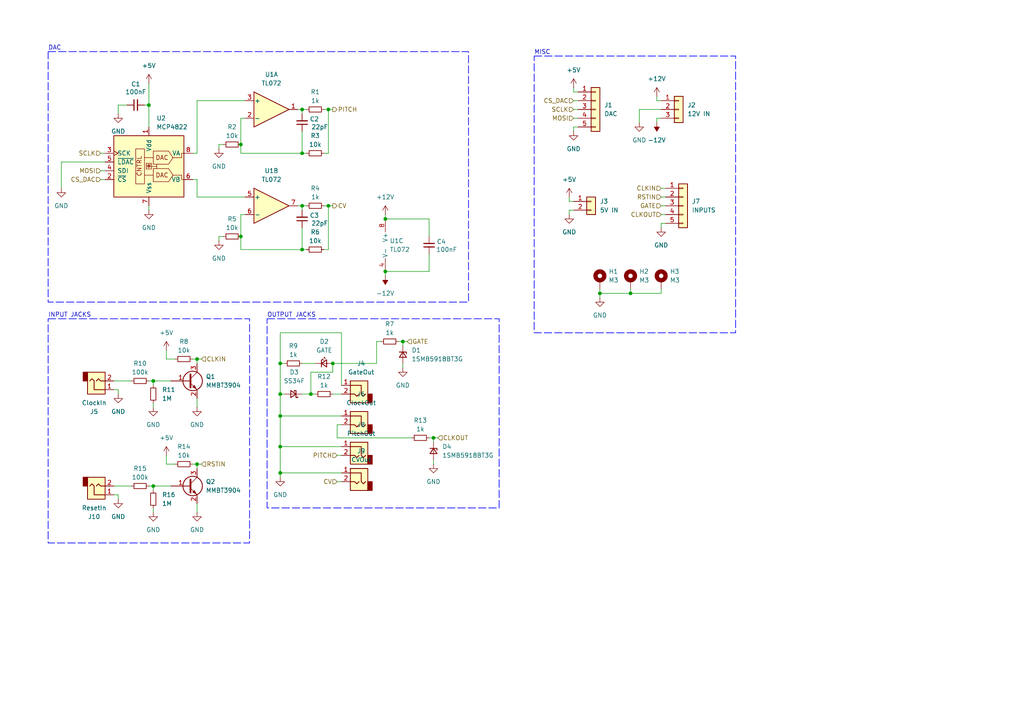
<source format=kicad_sch>
(kicad_sch (version 20231120) (generator "eeschema") (generator_version "8.0")
  (paper "A4")
  (title_block (title "DAC, Opamp and Jacks Board") (date "2025-03-07") (rev "v0.1"))
  (lib_symbols
    (symbol "Amplifier_Operational:TL072" (pin_names (offset 0.127))
      (property "Reference" "U" (at 0 5.08 0))
      (property "Value" "TL072" (at 0 -5.08 0))
      (symbol "TL072_1_1"
        (polyline (pts (xy -5.08 5.08) (xy 5.08 0) (xy -5.08 -5.08) (xy -5.08 5.08)) (stroke (width 0.254)) (fill (type background)))
        (pin output line (at 7.62 0 180) (length 2.54) (name "~") (number "1"))
        (pin input line (at -7.62 -2.54 0) (length 2.54) (name "-") (number "2"))
        (pin input line (at -7.62 2.54 0) (length 2.54) (name "+") (number "3"))
      )
      (symbol "TL072_2_1"
        (polyline (pts (xy -5.08 5.08) (xy 5.08 0) (xy -5.08 -5.08) (xy -5.08 5.08)) (stroke (width 0.254)) (fill (type background)))
        (pin input line (at -7.62 2.54 0) (length 2.54) (name "+") (number "5"))
        (pin input line (at -7.62 -2.54 0) (length 2.54) (name "-") (number "6"))
        (pin output line (at 7.62 0 180) (length 2.54) (name "~") (number "7"))
      )
      (symbol "TL072_3_1"
        (pin power_in line (at -2.54 -7.62 90) (length 3.81) (name "V-") (number "4"))
        (pin power_in line (at -2.54 7.62 270) (length 3.81) (name "V+") (number "8"))
      )
    )
    (symbol "Analog_DAC:MCP4822" (pin_names (offset 1.016))
      (property "Reference" "U" (at -2.54 10.795 0))
      (property "Value" "MCP4822" (at -2.54 8.89 0))
      (symbol "MCP4822_0_0"
        (polyline (pts (xy 0 -1.778) (xy 0 -0.635)))
        (polyline (pts (xy 0.381 -0.889) (xy 0.508 -0.762)))
        (polyline (pts (xy 2.286 -1.143) (xy 2.286 -1.905)))
        (polyline (pts (xy 0.381 -0.889) (xy -0.381 -0.889) (xy -0.508 -1.016)))
        (polyline (pts (xy 0.762 -1.27) (xy 2.286 -1.27) (xy 2.286 -0.762)))
        (polyline (pts (xy 0 -0.889) (xy 0.508 -1.397) (xy -0.508 -1.397) (xy 0 -0.889)))
        (polyline (pts (xy 6.985 -3.81) (xy 9.525 -3.81) (xy 9.525 -5.08) (xy 10.16 -5.08)))
        (polyline (pts (xy 6.985 1.27) (xy 9.525 1.27) (xy 9.525 2.54) (xy 10.16 2.54)))
        (rectangle (start 0.762 -0.381) (end -0.762 -2.032))
        (text "CNTRL" (at -2.032 -4.191 900) (effects (font (size 1.27 1.27)) (justify left bottom)))
        (text "DAC" (at 3.81 -3.81 0) (effects (font (size 1.27 1.27))))
        (text "DAC" (at 3.81 1.27 0) (effects (font (size 1.27 1.27))))
      )
      (symbol "MCP4822_0_1"
        (rectangle (start -10.16 7.62) (end 10.16 -10.16) (stroke (width 0.254)) (fill (type background)))
        (rectangle (start -1.27 -6.35) (end -3.81 3.81))
        (polyline (pts (xy 1.27 -3.81) (xy -1.27 -3.81)))
        (polyline (pts (xy 1.27 1.27) (xy -1.27 1.27)))
        (polyline (pts (xy 6.985 -3.81) (xy 5.715 -1.905) (xy 1.27 -1.905) (xy 1.27 -5.715) (xy 5.715 -5.715) (xy 6.985 -3.81)))
        (polyline (pts (xy 6.985 1.27) (xy 5.715 3.175) (xy 1.27 3.175) (xy 1.27 -0.635) (xy 5.715 -0.635) (xy 6.985 1.27)))
      )
      (symbol "MCP4822_1_1"
        (pin power_in line (at 0 10.16 270) (length 2.54) (name "Vdd") (number "1"))
        (pin input line (at -12.7 -5.08 0) (length 2.54) (name "~{CS}") (number "2"))
        (pin input clock (at -12.7 2.54 0) (length 2.54) (name "SCK") (number "3"))
        (pin input line (at -12.7 -2.54 0) (length 2.54) (name "SDI") (number "4"))
        (pin input line (at -12.7 0 0) (length 2.54) (name "~{LDAC}") (number "5"))
        (pin output line (at 12.7 -5.08 180) (length 2.54) (name "VB") (number "6"))
        (pin power_in line (at 0 -12.7 90) (length 2.54) (name "Vss") (number "7"))
        (pin output line (at 12.7 2.54 180) (length 2.54) (name "VA") (number "8"))
      )
    )
    (symbol "Connector_Generic:Conn_01x02" (pin_names (offset 1.016) hide)
      (property "Reference" "J" (at 0 2.54 0))
      (property "Value" "Conn_01x02" (at 0 -5.08 0))
      (symbol "Conn_01x02_1_1"
        (rectangle (start -1.27 -2.413) (end 0 -2.667) (stroke (width 0.1524)))
        (rectangle (start -1.27 0.127) (end 0 -0.127) (stroke (width 0.1524)))
        (rectangle (start -1.27 1.27) (end 1.27 -3.81) (stroke (width 0.254)) (fill (type background)))
        (pin passive line (at -5.08 0 0) (length 3.81) (name "Pin_1") (number "1"))
        (pin passive line (at -5.08 -2.54 0) (length 3.81) (name "Pin_2") (number "2"))
      )
    )
    (symbol "Connector_Generic:Conn_01x03" (pin_names (offset 1.016) hide)
      (property "Reference" "J" (at 0 5.08 0))
      (property "Value" "Conn_01x03" (at 0 -5.08 0))
      (symbol "Conn_01x03_1_1"
        (rectangle (start -1.27 -2.413) (end 0 -2.667) (stroke (width 0.1524)))
        (rectangle (start -1.27 0.127) (end 0 -0.127) (stroke (width 0.1524)))
        (rectangle (start -1.27 2.667) (end 0 2.413) (stroke (width 0.1524)))
        (rectangle (start -1.27 3.81) (end 1.27 -3.81) (stroke (width 0.254)) (fill (type background)))
        (pin passive line (at -5.08 2.54 0) (length 3.81) (name "Pin_1") (number "1"))
        (pin passive line (at -5.08 0 0) (length 3.81) (name "Pin_2") (number "2"))
        (pin passive line (at -5.08 -2.54 0) (length 3.81) (name "Pin_3") (number "3"))
      )
    )
    (symbol "Connector_Generic:Conn_01x05" (pin_names (offset 1.016) hide)
      (property "Reference" "J" (at 0 7.62 0))
      (property "Value" "Conn_01x05" (at 0 -7.62 0))
      (symbol "Conn_01x05_1_1"
        (rectangle (start -1.27 -4.953) (end 0 -5.207) (stroke (width 0.1524)))
        (rectangle (start -1.27 -2.413) (end 0 -2.667) (stroke (width 0.1524)))
        (rectangle (start -1.27 0.127) (end 0 -0.127) (stroke (width 0.1524)))
        (rectangle (start -1.27 2.667) (end 0 2.413) (stroke (width 0.1524)))
        (rectangle (start -1.27 5.207) (end 0 4.953) (stroke (width 0.1524)))
        (rectangle (start -1.27 6.35) (end 1.27 -6.35) (stroke (width 0.254)) (fill (type background)))
        (pin passive line (at -5.08 5.08 0) (length 3.81) (name "Pin_1") (number "1"))
        (pin passive line (at -5.08 2.54 0) (length 3.81) (name "Pin_2") (number "2"))
        (pin passive line (at -5.08 0 0) (length 3.81) (name "Pin_3") (number "3"))
        (pin passive line (at -5.08 -2.54 0) (length 3.81) (name "Pin_4") (number "4"))
        (pin passive line (at -5.08 -5.08 0) (length 3.81) (name "Pin_5") (number "5"))
      )
    )
    (symbol "Device:C_Small" (pin_numbers hide) (pin_names (offset 0.254) hide)
      (property "Reference" "C" (at 0.254 1.778 0))
      (property "Value" "C_Small" (at 0.254 -2.032 0))
      (symbol "C_Small_0_1"
        (polyline (pts (xy -1.524 -0.508) (xy 1.524 -0.508)) (stroke (width 0.3302)))
        (polyline (pts (xy -1.524 0.508) (xy 1.524 0.508)) (stroke (width 0.3048)))
      )
      (symbol "C_Small_1_1"
        (pin passive line (at 0 2.54 270) (length 2.032) (name "~") (number "1"))
        (pin passive line (at 0 -2.54 90) (length 2.032) (name "~") (number "2"))
      )
    )
    (symbol "Device:D_Schottky_Small" (pin_numbers hide) (pin_names (offset 0.254) hide)
      (property "Reference" "D" (at -1.27 2.032 0))
      (property "Value" "D_Schottky_Small" (at -7.112 -2.032 0))
      (symbol "D_Schottky_Small_0_1"
        (polyline (pts (xy -0.762 0) (xy 0.762 0)))
        (polyline (pts (xy 0.762 -1.016) (xy -0.762 0) (xy 0.762 1.016) (xy 0.762 -1.016)) (stroke (width 0.254)))
        (polyline (pts (xy -1.27 0.762) (xy -1.27 1.016) (xy -0.762 1.016) (xy -0.762 -1.016) (xy -0.254 -1.016) (xy -0.254 -0.762)) (stroke (width 0.254)))
      )
      (symbol "D_Schottky_Small_1_1"
        (pin passive line (at -2.54 0 0) (length 1.778) (name "K") (number "1"))
        (pin passive line (at 2.54 0 180) (length 1.778) (name "A") (number "2"))
      )
    )
    (symbol "Device:D_Zener_Small" (pin_numbers hide) (pin_names (offset 0.254) hide)
      (property "Reference" "D" (at 0 2.286 0))
      (property "Value" "D_Zener_Small" (at 0 -2.286 0))
      (symbol "D_Zener_Small_0_1"
        (polyline (pts (xy 0.762 0) (xy -0.762 0)))
        (polyline (pts (xy -0.254 1.016) (xy -0.762 1.016) (xy -0.762 -1.016)) (stroke (width 0.254)))
        (polyline (pts (xy 0.762 1.016) (xy -0.762 0) (xy 0.762 -1.016) (xy 0.762 1.016)) (stroke (width 0.254)))
      )
      (symbol "D_Zener_Small_1_1"
        (pin passive line (at -2.54 0 0) (length 1.778) (name "K") (number "1"))
        (pin passive line (at 2.54 0 180) (length 1.778) (name "A") (number "2"))
      )
    )
    (symbol "Device:LED_Small" (pin_numbers hide) (pin_names (offset 0.254) hide)
      (property "Reference" "D" (at -1.27 3.175 0))
      (property "Value" "LED_Small" (at -4.445 -2.54 0))
      (symbol "LED_Small_0_1"
        (polyline (pts (xy -0.762 -1.016) (xy -0.762 1.016)) (stroke (width 0.254)))
        (polyline (pts (xy 1.016 0) (xy -0.762 0)))
        (polyline (pts (xy 0.762 -1.016) (xy -0.762 0) (xy 0.762 1.016) (xy 0.762 -1.016)) (stroke (width 0.254)))
        (polyline (pts (xy 0 0.762) (xy -0.508 1.27) (xy -0.254 1.27) (xy -0.508 1.27) (xy -0.508 1.016)))
        (polyline (pts (xy 0.508 1.27) (xy 0 1.778) (xy 0.254 1.778) (xy 0 1.778) (xy 0 1.524)))
      )
      (symbol "LED_Small_1_1"
        (pin passive line (at -2.54 0 0) (length 1.778) (name "K") (number "1"))
        (pin passive line (at 2.54 0 180) (length 1.778) (name "A") (number "2"))
      )
    )
    (symbol "Device:R_Small" (pin_numbers hide) (pin_names (offset 0.254) hide)
      (property "Reference" "R" (at 0.762 0.508 0))
      (property "Value" "R_Small" (at 0.762 -1.016 0))
      (symbol "R_Small_0_1"
        (rectangle (start -0.762 1.778) (end 0.762 -1.778) (stroke (width 0.2032)))
      )
      (symbol "R_Small_1_1"
        (pin passive line (at 0 2.54 270) (length 0.762) (name "~") (number "1"))
        (pin passive line (at 0 -2.54 90) (length 0.762) (name "~") (number "2"))
      )
    )
    (symbol "Mechanical:MountingHole_Pad" (pin_numbers hide) (pin_names (offset 1.016) hide) (exclude_from_sim yes) (in_bom no)
      (property "Reference" "H" (at 0 6.35 0))
      (property "Value" "MountingHole_Pad" (at 0 4.445 0))
      (symbol "MountingHole_Pad_0_1"
        (circle (center 0 1.27) (radius 1.27) (stroke (width 1.27)))
      )
      (symbol "MountingHole_Pad_1_1"
        (pin input line (at 0 -2.54 90) (length 2.54) (name "1") (number "1"))
      )
    )
    (symbol "Transistor_BJT:MMBT3904" (pin_names (offset 0) hide)
      (property "Reference" "Q" (at 5.08 1.905 0))
      (property "Value" "MMBT3904" (at 5.08 0 0))
      (symbol "MMBT3904_0_1"
        (polyline (pts (xy 0.635 0.635) (xy 2.54 2.54)))
        (polyline (pts (xy 0.635 -0.635) (xy 2.54 -2.54) (xy 2.54 -2.54)))
        (polyline (pts (xy 0.635 1.905) (xy 0.635 -1.905) (xy 0.635 -1.905)) (stroke (width 0.508)))
        (polyline (pts (xy 1.27 -1.778) (xy 1.778 -1.27) (xy 2.286 -2.286) (xy 1.27 -1.778) (xy 1.27 -1.778)) (fill (type outline)))
        (circle (center 1.27 0) (radius 2.8194) (stroke (width 0.254)))
      )
      (symbol "MMBT3904_1_1"
        (pin input line (at -5.08 0 0) (length 5.715) (name "B") (number "1"))
        (pin passive line (at 2.54 -5.08 90) (length 2.54) (name "E") (number "2"))
        (pin passive line (at 2.54 5.08 270) (length 2.54) (name "C") (number "3"))
      )
    )
    (symbol "audioJack_pinHeader:audioJack_pinHeader"
      (property "Reference" "J" (at 0 5.334 0))
      (property "Value" "audioJack" (at 0 3.048 0))
      (symbol "audioJack_pinHeader_0_1"
        (rectangle (start -3.81 -2.54) (end -2.54 -5.08) (stroke (width 0.254)) (fill (type outline)))
        (rectangle (start -2.54 1.27) (end 2.54 -5.08) (stroke (width 0.254)) (fill (type background)))
        (polyline (pts (xy 0 -2.54) (xy 0.635 -3.175) (xy 1.27 -2.54) (xy 2.54 -2.54)) (stroke (width 0.254)))
        (polyline (pts (xy 2.54 0) (xy -0.635 0) (xy -0.635 -2.54) (xy -1.27 -3.175) (xy -1.905 -2.54)) (stroke (width 0.254)))
      )
      (symbol "audioJack_pinHeader_1_1"
        (pin passive line (at 5.08 0 180) (length 2.54) (name "~") (number "1"))
        (pin passive line (at 5.08 -2.54 180) (length 2.54) (name "~") (number "2"))
      )
    )
    (symbol "power:+12V" (power) (pin_numbers hide) (pin_names (offset 0) hide)
      (property "Value" "+12V" (at 0 3.556 0))
      (symbol "+12V_0_1"
        (polyline (pts (xy -0.762 1.27) (xy 0 2.54)))
        (polyline (pts (xy 0 0) (xy 0 2.54)))
        (polyline (pts (xy 0 2.54) (xy 0.762 1.27)))
      )
      (symbol "+12V_1_1"
        (pin power_in line (at 0 0 90) (length 0) (name "~") (number "1"))
      )
    )
    (symbol "power:+5V" (power) (pin_numbers hide) (pin_names (offset 0) hide)
      (property "Value" "+5V" (at 0 3.556 0))
      (symbol "+5V_0_1"
        (polyline (pts (xy -0.762 1.27) (xy 0 2.54)))
        (polyline (pts (xy 0 0) (xy 0 2.54)))
        (polyline (pts (xy 0 2.54) (xy 0.762 1.27)))
      )
      (symbol "+5V_1_1"
        (pin power_in line (at 0 0 90) (length 0) (name "~") (number "1"))
      )
    )
    (symbol "power:-12V" (power) (pin_numbers hide) (pin_names (offset 0) hide)
      (property "Value" "-12V" (at 0 3.556 0))
      (symbol "-12V_0_0"
        (pin power_in line (at 0 0 90) (length 0) (name "~") (number "1"))
      )
      (symbol "-12V_0_1"
        (polyline (pts (xy 0 0) (xy 0 1.27) (xy 0.762 1.27) (xy 0 2.54) (xy -0.762 1.27) (xy 0 1.27)) (fill (type outline)))
      )
    )
    (symbol "power:GND" (power) (pin_numbers hide) (pin_names (offset 0) hide)
      (property "Value" "GND" (at 0 -3.81 0))
      (symbol "GND_0_1"
        (polyline (pts (xy 0 0) (xy 0 -1.27) (xy 1.27 -1.27) (xy 0 -2.54) (xy -1.27 -1.27) (xy 0 -1.27)))
      )
      (symbol "GND_1_1"
        (pin power_in line (at 0 0 270) (length 0) (name "~") (number "1"))
      )
    )
  )
  (junction (at 81.28 114.3))
  (junction (at 95.25 31.75))
  (junction (at 81.28 129.54))
  (junction (at 87.63 44.45))
  (junction (at 90.17 114.3))
  (junction (at 95.25 59.69))
  (junction (at 81.28 105.41))
  (junction (at 125.73 127))
  (junction (at 43.18 30.48))
  (junction (at 69.85 68.58))
  (junction (at 81.28 120.65))
  (junction (at 57.15 134.62))
  (junction (at 173.99 85.09))
  (junction (at 69.85 41.91))
  (junction (at 111.76 78.74))
  (junction (at 116.84 99.06))
  (junction (at 57.15 104.14))
  (junction (at 87.63 31.75))
  (junction (at 182.88 85.09))
  (junction (at 44.45 140.97))
  (junction (at 81.28 137.16))
  (junction (at 111.76 63.5))
  (junction (at 87.63 59.69))
  (junction (at 87.63 72.39))
  (junction (at 96.52 105.41))
  (junction (at 44.45 110.49))
  (wire (pts (xy 190.5 29.21) (xy 190.5 27.94)))
  (wire (pts (xy 63.5 68.58) (xy 64.77 68.58)))
  (wire (pts (xy 81.28 129.54) (xy 81.28 120.65)))
  (wire (pts (xy 29.21 44.45) (xy 30.48 44.45)))
  (wire (pts (xy 95.25 72.39) (xy 95.25 59.69)))
  (wire (pts (xy 55.88 104.14) (xy 57.15 104.14)))
  (wire (pts (xy 173.99 85.09) (xy 182.88 85.09)))
  (wire (pts (xy 30.48 46.99) (xy 17.78 46.99)))
  (wire (pts (xy 57.15 52.07) (xy 57.15 57.15)))
  (wire (pts (xy 81.28 96.52) (xy 81.28 105.41)))
  (wire (pts (xy 87.63 31.75) (xy 88.9 31.75)))
  (wire (pts (xy 166.37 58.42) (xy 165.1 58.42)))
  (wire (pts (xy 166.37 36.83) (xy 166.37 38.1)))
  (wire (pts (xy 81.28 105.41) (xy 81.28 114.3)))
  (wire (pts (xy 43.18 59.69) (xy 43.18 60.96)))
  (wire (pts (xy 190.5 35.56) (xy 190.5 34.29)))
  (wire (pts (xy 34.29 30.48) (xy 36.83 30.48)))
  (wire (pts (xy 69.85 68.58) (xy 69.85 72.39)))
  (wire (pts (xy 93.98 31.75) (xy 95.25 31.75)))
  (wire (pts (xy 82.55 105.41) (xy 81.28 105.41)))
  (wire (pts (xy 167.64 36.83) (xy 166.37 36.83)))
  (wire (pts (xy 57.15 146.05) (xy 57.15 148.59)))
  (wire (pts (xy 124.46 73.66) (xy 124.46 78.74)))
  (wire (pts (xy 97.79 132.08) (xy 99.06 132.08)))
  (wire (pts (xy 57.15 57.15) (xy 71.12 57.15)))
  (wire (pts (xy 93.98 44.45) (xy 95.25 44.45)))
  (wire (pts (xy 97.79 123.19) (xy 97.79 127)))
  (wire (pts (xy 44.45 140.97) (xy 49.53 140.97)))
  (wire (pts (xy 111.76 62.23) (xy 111.76 63.5)))
  (wire (pts (xy 97.79 127) (xy 119.38 127)))
  (wire (pts (xy 111.76 78.74) (xy 111.76 80.01)))
  (wire (pts (xy 57.15 29.21) (xy 71.12 29.21)))
  (wire (pts (xy 48.26 104.14) (xy 50.8 104.14)))
  (wire (pts (xy 116.84 99.06) (xy 118.11 99.06)))
  (wire (pts (xy 63.5 69.85) (xy 63.5 68.58)))
  (wire (pts (xy 125.73 128.27) (xy 125.73 127)))
  (wire (pts (xy 87.63 72.39) (xy 88.9 72.39)))
  (wire (pts (xy 81.28 114.3) (xy 82.55 114.3)))
  (wire (pts (xy 165.1 58.42) (xy 165.1 57.15)))
  (wire (pts (xy 166.37 34.29) (xy 167.64 34.29)))
  (wire (pts (xy 55.88 134.62) (xy 57.15 134.62)))
  (wire (pts (xy 43.18 110.49) (xy 44.45 110.49)))
  (wire (pts (xy 34.29 143.51) (xy 34.29 144.78)))
  (wire (pts (xy 124.46 63.5) (xy 111.76 63.5)))
  (wire (pts (xy 57.15 134.62) (xy 57.15 135.89)))
  (wire (pts (xy 191.77 57.15) (xy 193.04 57.15)))
  (wire (pts (xy 99.06 129.54) (xy 81.28 129.54)))
  (wire (pts (xy 87.63 105.41) (xy 91.44 105.41)))
  (wire (pts (xy 29.21 49.53) (xy 30.48 49.53)))
  (wire (pts (xy 87.63 31.75) (xy 87.63 33.02)))
  (wire (pts (xy 97.79 139.7) (xy 99.06 139.7)))
  (wire (pts (xy 57.15 115.57) (xy 57.15 118.11)))
  (wire (pts (xy 87.63 66.04) (xy 87.63 72.39)))
  (wire (pts (xy 166.37 29.21) (xy 167.64 29.21)))
  (wire (pts (xy 191.77 62.23) (xy 193.04 62.23)))
  (wire (pts (xy 173.99 83.82) (xy 173.99 85.09)))
  (wire (pts (xy 96.52 105.41) (xy 96.52 107.95)))
  (wire (pts (xy 86.36 59.69) (xy 87.63 59.69)))
  (wire (pts (xy 99.06 111.76) (xy 99.06 96.52)))
  (wire (pts (xy 166.37 60.96) (xy 165.1 60.96)))
  (wire (pts (xy 167.64 26.67) (xy 166.37 26.67)))
  (wire (pts (xy 57.15 104.14) (xy 57.15 105.41)))
  (wire (pts (xy 125.73 133.35) (xy 125.73 134.62)))
  (wire (pts (xy 110.49 99.06) (xy 109.22 99.06)))
  (wire (pts (xy 99.06 96.52) (xy 81.28 96.52)))
  (wire (pts (xy 166.37 31.75) (xy 167.64 31.75)))
  (wire (pts (xy 41.91 30.48) (xy 43.18 30.48)))
  (wire (pts (xy 87.63 38.1) (xy 87.63 44.45)))
  (wire (pts (xy 33.02 140.97) (xy 38.1 140.97)))
  (wire (pts (xy 190.5 34.29) (xy 191.77 34.29)))
  (wire (pts (xy 87.63 44.45) (xy 69.85 44.45)))
  (wire (pts (xy 48.26 132.08) (xy 48.26 134.62)))
  (wire (pts (xy 95.25 44.45) (xy 95.25 31.75)))
  (wire (pts (xy 182.88 85.09) (xy 191.77 85.09)))
  (wire (pts (xy 87.63 59.69) (xy 87.63 60.96)))
  (wire (pts (xy 96.52 105.41) (xy 109.22 105.41)))
  (wire (pts (xy 69.85 72.39) (xy 87.63 72.39)))
  (wire (pts (xy 55.88 44.45) (xy 57.15 44.45)))
  (wire (pts (xy 81.28 120.65) (xy 81.28 114.3)))
  (wire (pts (xy 191.77 64.77) (xy 191.77 66.04)))
  (wire (pts (xy 124.46 68.58) (xy 124.46 63.5)))
  (wire (pts (xy 111.76 78.74) (xy 124.46 78.74)))
  (wire (pts (xy 33.02 113.03) (xy 34.29 113.03)))
  (wire (pts (xy 191.77 31.75) (xy 185.42 31.75)))
  (wire (pts (xy 71.12 62.23) (xy 69.85 62.23)))
  (wire (pts (xy 44.45 110.49) (xy 49.53 110.49)))
  (wire (pts (xy 44.45 147.32) (xy 44.45 148.59)))
  (wire (pts (xy 48.26 101.6) (xy 48.26 104.14)))
  (wire (pts (xy 96.52 114.3) (xy 99.06 114.3)))
  (wire (pts (xy 191.77 59.69) (xy 193.04 59.69)))
  (wire (pts (xy 173.99 85.09) (xy 173.99 86.36)))
  (wire (pts (xy 81.28 137.16) (xy 81.28 129.54)))
  (wire (pts (xy 48.26 134.62) (xy 50.8 134.62)))
  (wire (pts (xy 90.17 114.3) (xy 91.44 114.3)))
  (wire (pts (xy 116.84 100.33) (xy 116.84 99.06)))
  (wire (pts (xy 43.18 30.48) (xy 43.18 24.13)))
  (wire (pts (xy 43.18 30.48) (xy 43.18 36.83)))
  (wire (pts (xy 43.18 140.97) (xy 44.45 140.97)))
  (wire (pts (xy 29.21 52.07) (xy 30.48 52.07)))
  (wire (pts (xy 90.17 107.95) (xy 90.17 114.3)))
  (wire (pts (xy 165.1 60.96) (xy 165.1 62.23)))
  (wire (pts (xy 69.85 44.45) (xy 69.85 41.91)))
  (wire (pts (xy 182.88 85.09) (xy 182.88 83.82)))
  (wire (pts (xy 191.77 83.82) (xy 191.77 85.09)))
  (wire (pts (xy 185.42 31.75) (xy 185.42 35.56)))
  (wire (pts (xy 55.88 52.07) (xy 57.15 52.07)))
  (wire (pts (xy 193.04 64.77) (xy 191.77 64.77)))
  (wire (pts (xy 116.84 99.06) (xy 115.57 99.06)))
  (wire (pts (xy 69.85 62.23) (xy 69.85 68.58)))
  (wire (pts (xy 44.45 116.84) (xy 44.45 118.11)))
  (wire (pts (xy 97.79 123.19) (xy 99.06 123.19)))
  (wire (pts (xy 17.78 46.99) (xy 17.78 54.61)))
  (wire (pts (xy 125.73 127) (xy 127 127)))
  (wire (pts (xy 33.02 110.49) (xy 38.1 110.49)))
  (wire (pts (xy 86.36 31.75) (xy 87.63 31.75)))
  (wire (pts (xy 116.84 105.41) (xy 116.84 106.68)))
  (wire (pts (xy 166.37 26.67) (xy 166.37 25.4)))
  (wire (pts (xy 57.15 134.62) (xy 58.42 134.62)))
  (wire (pts (xy 34.29 33.02) (xy 34.29 30.48)))
  (wire (pts (xy 88.9 44.45) (xy 87.63 44.45)))
  (wire (pts (xy 63.5 43.18) (xy 63.5 41.91)))
  (wire (pts (xy 87.63 114.3) (xy 90.17 114.3)))
  (wire (pts (xy 63.5 41.91) (xy 64.77 41.91)))
  (wire (pts (xy 93.98 72.39) (xy 95.25 72.39)))
  (wire (pts (xy 69.85 34.29) (xy 71.12 34.29)))
  (wire (pts (xy 93.98 59.69) (xy 95.25 59.69)))
  (wire (pts (xy 99.06 137.16) (xy 81.28 137.16)))
  (wire (pts (xy 125.73 127) (xy 124.46 127)))
  (wire (pts (xy 191.77 54.61) (xy 193.04 54.61)))
  (wire (pts (xy 109.22 99.06) (xy 109.22 105.41)))
  (wire (pts (xy 96.52 107.95) (xy 90.17 107.95)))
  (wire (pts (xy 69.85 41.91) (xy 69.85 34.29)))
  (wire (pts (xy 33.02 143.51) (xy 34.29 143.51)))
  (wire (pts (xy 99.06 120.65) (xy 81.28 120.65)))
  (wire (pts (xy 191.77 29.21) (xy 190.5 29.21)))
  (wire (pts (xy 44.45 140.97) (xy 44.45 142.24)))
  (wire (pts (xy 95.25 31.75) (xy 96.52 31.75)))
  (wire (pts (xy 44.45 110.49) (xy 44.45 111.76)))
  (wire (pts (xy 57.15 44.45) (xy 57.15 29.21)))
  (wire (pts (xy 57.15 104.14) (xy 58.42 104.14)))
  (wire (pts (xy 81.28 137.16) (xy 81.28 138.43)))
  (wire (pts (xy 87.63 59.69) (xy 88.9 59.69)))
  (wire (pts (xy 95.25 59.69) (xy 96.52 59.69)))
  (wire (pts (xy 34.29 113.03) (xy 34.29 114.3)))
  (rectangle (start 77.47 92.456) (end 144.78 147.32) (stroke (width 0.2) (type dash) (color 0 0 255 1)))
  (rectangle (start 154.94 16.256) (end 213.36 96.52) (stroke (width 0.2) (type dash) (color 0 0 255 1)))
  (rectangle (start 13.97 14.986) (end 135.89 87.63) (stroke (width 0.2) (type dash) (color 0 0 255 1)))
  (rectangle (start 13.97 92.456) (end 72.39 157.48) (stroke (width 0.2) (type dash) (color 0 0 255 1)))
  (text "MISC" (at 154.94 15.24 0) (effects (font (size 1.27 1.27)) (justify left)))
  (text "DAC" (at 13.97 13.97 0) (effects (font (size 1.27 1.27)) (justify left)))
  (text "INPUT JACKS" (at 13.97 91.44 0) (effects (font (size 1.27 1.27)) (justify left)))
  (text "OUTPUT JACKS" (at 77.47 91.44 0) (effects (font (size 1.27 1.27)) (justify left)))
  (hierarchical_label "MOSI" (shape input) (at 166.37 34.29 180))
  (hierarchical_label "PITCH" (shape input) (at 97.79 132.08 180))
  (hierarchical_label "CS_DAC" (shape input) (at 166.37 29.21 180))
  (hierarchical_label "CLKIN" (shape input) (at 191.77 54.61 180))
  (hierarchical_label "CV" (shape input) (at 97.79 139.7 180))
  (hierarchical_label "GATE" (shape input) (at 118.11 99.06 0))
  (hierarchical_label "CV" (shape output) (at 96.52 59.69 0))
  (hierarchical_label "SCLK" (shape input) (at 166.37 31.75 180))
  (hierarchical_label "CLKOUT" (shape input) (at 191.77 62.23 180))
  (hierarchical_label "MOSI" (shape input) (at 29.21 49.53 180))
  (hierarchical_label "CLKIN" (shape input) (at 58.42 104.14 0))
  (hierarchical_label "GATE" (shape input) (at 191.77 59.69 180))
  (hierarchical_label "PITCH" (shape output) (at 96.52 31.75 0))
  (hierarchical_label "SCLK" (shape input) (at 29.21 44.45 180))
  (hierarchical_label "CLKOUT" (shape input) (at 127 127 0))
  (hierarchical_label "RSTIN" (shape input) (at 58.42 134.62 0))
  (hierarchical_label "CS_DAC" (shape input) (at 29.21 52.07 180))
  (hierarchical_label "RSTIN" (shape input) (at 191.77 57.15 180))
  (symbol (lib_id "Device:D_Schottky_Small") (at 85.09 114.3 180) (unit 1)
    (property "Reference" "D3" (at 85.344 107.95 0))
    (property "Value" "SS34F" (at 85.344 110.49 0))
    (property "Footprint" "Diode_SMD:D_SMA_Handsoldering" (effects (hide yes)))
    (property "Description" "Schottky diode, small symbol" (effects (hide yes)))
  )
  (symbol (lib_id "Device:R_Small") (at 67.31 41.91 90) (unit 1)
    (property "Reference" "R2" (at 67.31 36.83 90))
    (property "Value" "10k" (at 67.31 39.37 90))
    (property "Footprint" "Resistor_SMD:R_0603_1608Metric_Pad0.98x0.95mm_HandSolder" (effects (hide yes)))
    (property "Description" "Resistor, small symbol" (effects (hide yes)))
  )
  (symbol (lib_id "Transistor_BJT:MMBT3904") (at 54.61 110.49 0) (unit 1)
    (property "Reference" "Q1" (at 59.69 109.2199 0) (effects (justify left)))
    (property "Value" "MMBT3904" (at 59.69 111.7599 0) (effects (justify left)))
    (property "Footprint" "Package_TO_SOT_SMD:SOT-23" (effects (hide yes)))
    (property "Datasheet" "https://www.onsemi.com/pdf/datasheet/pzt3904-d.pdf" (effects (hide yes)))
    (property "Description" "0.2A Ic, 40V Vce, Small Signal NPN Transistor, SOT-23" (effects (hide yes)))
  )
  (symbol (lib_id "power:GND") (at 165.1 62.23 0) (unit 1)
    (property "Reference" "#PWR016" (effects (hide yes)))
    (property "Value" "GND" (at 165.1 67.31 0))
    (property "Description" "Power symbol creates a global label with name \"GND\" , ground" (effects (hide yes)))
  )
  (symbol (lib_id "Connector_Generic:Conn_01x02") (at 171.45 58.42 0) (unit 1)
    (property "Reference" "J3" (at 173.99 58.4199 0) (effects (justify left)))
    (property "Value" "5V IN" (at 173.99 60.9599 0) (effects (justify left)))
    (property "Footprint" "Connector_PinHeader_2.54mm:PinHeader_1x02_P2.54mm_Vertical" (effects (hide yes)))
    (property "Description" "Generic connector, single row, 01x02, script generated (kicad-library-utils/schlib/autogen/connector/)" (effects (hide yes)))
  )
  (symbol (lib_id "Device:R_Small") (at 53.34 104.14 270) (unit 1)
    (property "Reference" "R8" (at 53.34 99.06 90))
    (property "Value" "10k" (at 53.34 101.6 90))
    (property "Footprint" "Resistor_SMD:R_0603_1608Metric_Pad0.98x0.95mm_HandSolder" (effects (hide yes)))
    (property "Description" "Resistor, small symbol" (effects (hide yes)))
  )
  (symbol (lib_id "Device:R_Small") (at 91.44 59.69 90) (unit 1)
    (property "Reference" "R4" (at 91.44 54.61 90))
    (property "Value" "1k" (at 91.44 57.15 90))
    (property "Footprint" "Resistor_SMD:R_0603_1608Metric_Pad0.98x0.95mm_HandSolder" (effects (hide yes)))
    (property "Description" "Resistor, small symbol" (effects (hide yes)))
  )
  (symbol (lib_id "Device:R_Small") (at 121.92 127 90) (unit 1)
    (property "Reference" "R13" (at 121.92 121.92 90))
    (property "Value" "1k" (at 121.92 124.46 90))
    (property "Footprint" "Resistor_SMD:R_0603_1608Metric_Pad0.98x0.95mm_HandSolder" (effects (hide yes)))
    (property "Description" "Resistor, small symbol" (effects (hide yes)))
  )
  (symbol (lib_id "power:+12V") (at 111.76 62.23 0) (unit 1)
    (property "Reference" "#PWR011" (effects (hide yes)))
    (property "Value" "+12V" (at 111.76 57.15 0))
    (property "Description" "Power symbol creates a global label with name \"+12V\"" (effects (hide yes)))
  )
  (symbol (lib_id "audioJack_pinHeader:audioJack_pinHeader") (at 104.14 129.54 0) (mirror y) (unit 1)
    (property "Reference" "J8" (at 104.775 123.19 0))
    (property "Value" "PitchOut" (at 104.775 125.73 0))
    (property "Footprint" "Connector_PinHeader_2.54mm:PinHeader_1x02_P2.54mm_Vertical" (effects (hide yes)))
  )
  (symbol (lib_id "power:GND") (at 57.15 118.11 0) (unit 1)
    (property "Reference" "#PWR021" (effects (hide yes)))
    (property "Value" "GND" (at 57.15 123.19 0))
    (property "Description" "Power symbol creates a global label with name \"GND\" , ground" (effects (hide yes)))
  )
  (symbol (lib_id "Device:LED_Small") (at 93.98 105.41 0) (unit 1)
    (property "Reference" "D2" (at 94.0435 99.06 0))
    (property "Value" "GATE" (at 94.0435 101.6 0))
    (property "Footprint" "LED_THT:LED_D3.0mm_FlatTop" (effects (hide yes)))
    (property "Description" "Light emitting diode, small symbol" (effects (hide yes)))
  )
  (symbol (lib_id "power:GND") (at 185.42 35.56 0) (unit 1)
    (property "Reference" "#PWR08" (effects (hide yes)))
    (property "Value" "GND" (at 185.42 40.64 0))
    (property "Description" "Power symbol creates a global label with name \"GND\" , ground" (effects (hide yes)))
  )
  (symbol (lib_id "Device:R_Small") (at 91.44 44.45 90) (unit 1)
    (property "Reference" "R3" (at 91.44 39.37 90))
    (property "Value" "10k" (at 91.44 41.91 90))
    (property "Footprint" "Resistor_SMD:R_0603_1608Metric_Pad0.98x0.95mm_HandSolder" (effects (hide yes)))
    (property "Description" "Resistor, small symbol" (effects (hide yes)))
  )
  (symbol (lib_id "power:GND") (at 34.29 144.78 0) (unit 1)
    (property "Reference" "#PWR026" (effects (hide yes)))
    (property "Value" "GND" (at 34.29 149.86 0))
    (property "Description" "Power symbol creates a global label with name \"GND\" , ground" (effects (hide yes)))
  )
  (symbol (lib_id "audioJack_pinHeader:audioJack_pinHeader") (at 104.14 137.16 0) (mirror y) (unit 1)
    (property "Reference" "J9" (at 104.775 130.81 0))
    (property "Value" "CVOut" (at 104.775 133.35 0))
    (property "Footprint" "Connector_PinHeader_2.54mm:PinHeader_1x02_P2.54mm_Vertical" (effects (hide yes)))
  )
  (symbol (lib_id "Device:C_Small") (at 39.37 30.48 90) (unit 1)
    (property "Reference" "C1" (at 39.37 24.384 90))
    (property "Value" "100nF" (at 39.3763 26.67 90))
    (property "Footprint" "Capacitor_SMD:C_0603_1608Metric_Pad1.08x0.95mm_HandSolder" (effects (hide yes)))
    (property "Description" "Unpolarized capacitor, small symbol" (effects (hide yes)))
  )
  (symbol (lib_id "audioJack_pinHeader:audioJack_pinHeader") (at 27.94 113.03 0) (mirror x) (unit 1)
    (property "Reference" "J5" (at 27.305 119.38 0))
    (property "Value" "ClockIn" (at 27.305 116.84 0))
    (property "Footprint" "Connector_PinHeader_2.54mm:PinHeader_1x02_P2.54mm_Vertical" (effects (hide yes)))
  )
  (symbol (lib_id "Amplifier_Operational:TL072") (at 78.74 59.69 0) (unit 2)
    (property "Reference" "U1" (at 78.74 49.53 0))
    (property "Value" "TL072" (at 78.74 52.07 0))
    (property "Footprint" "Package_DIP:DIP-8_W7.62mm_LongPads" (effects (hide yes)))
    (property "Datasheet" "http://www.ti.com/lit/ds/symlink/tl071.pdf" (effects (hide yes)))
    (property "Description" "Dual Low-Noise JFET-Input Operational Amplifiers, DIP-8/SOIC-8" (effects (hide yes)))
  )
  (symbol (lib_id "Connector_Generic:Conn_01x03") (at 196.85 31.75 0) (unit 1)
    (property "Reference" "J2" (at 199.39 30.4799 0) (effects (justify left)))
    (property "Value" "12V IN" (at 199.39 33.0199 0) (effects (justify left)))
    (property "Footprint" "Connector_PinHeader_2.54mm:PinHeader_1x03_P2.54mm_Vertical" (effects (hide yes)))
    (property "Description" "Generic connector, single row, 01x03, script generated (kicad-library-utils/schlib/autogen/connector/)" (effects (hide yes)))
  )
  (symbol (lib_id "Device:R_Small") (at 44.45 114.3 180) (unit 1)
    (property "Reference" "R11" (at 46.99 113.0299 0) (effects (justify right)))
    (property "Value" "1M" (at 46.99 115.5699 0) (effects (justify right)))
    (property "Footprint" "Resistor_SMD:R_0603_1608Metric_Pad0.98x0.95mm_HandSolder" (effects (hide yes)))
    (property "Description" "Resistor, small symbol" (effects (hide yes)))
  )
  (symbol (lib_id "Device:R_Small") (at 113.03 99.06 90) (unit 1)
    (property "Reference" "R7" (at 113.03 93.98 90))
    (property "Value" "1k" (at 113.03 96.52 90))
    (property "Footprint" "Resistor_SMD:R_0603_1608Metric_Pad0.98x0.95mm_HandSolder" (effects (hide yes)))
    (property "Description" "Resistor, small symbol" (effects (hide yes)))
  )
  (symbol (lib_id "Device:R_Small") (at 67.31 68.58 90) (unit 1)
    (property "Reference" "R5" (at 67.31 63.5 90))
    (property "Value" "10k" (at 67.31 66.04 90))
    (property "Footprint" "Resistor_SMD:R_0603_1608Metric_Pad0.98x0.95mm_HandSolder" (effects (hide yes)))
    (property "Description" "Resistor, small symbol" (effects (hide yes)))
  )
  (symbol (lib_id "Device:C_Small") (at 87.63 63.5 180) (unit 1)
    (property "Reference" "C3" (at 91.186 62.484 0))
    (property "Value" "22pF" (at 92.71 64.77 0))
    (property "Footprint" "Capacitor_SMD:C_0603_1608Metric_Pad1.08x0.95mm_HandSolder" (effects (hide yes)))
    (property "Description" "Unpolarized capacitor, small symbol" (effects (hide yes)))
  )
  (symbol (lib_id "power:GND") (at 166.37 38.1 0) (unit 1)
    (property "Reference" "#PWR04" (effects (hide yes)))
    (property "Value" "GND" (at 166.37 43.18 0))
    (property "Description" "Power symbol creates a global label with name \"GND\" , ground" (effects (hide yes)))
  )
  (symbol (lib_id "power:+5V") (at 165.1 57.15 0) (unit 1)
    (property "Reference" "#PWR015" (effects (hide yes)))
    (property "Value" "+5V" (at 165.1 52.07 0))
    (property "Description" "Power symbol creates a global label with name \"+5V\"" (effects (hide yes)))
  )
  (symbol (lib_id "Device:R_Small") (at 93.98 114.3 90) (unit 1)
    (property "Reference" "R12" (at 93.98 109.22 90))
    (property "Value" "1k" (at 93.98 111.76 90))
    (property "Footprint" "Resistor_SMD:R_0603_1608Metric_Pad0.98x0.95mm_HandSolder" (effects (hide yes)))
    (property "Description" "Resistor, small symbol" (effects (hide yes)))
  )
  (symbol (lib_id "power:GND") (at 63.5 69.85 0) (unit 1)
    (property "Reference" "#PWR012" (effects (hide yes)))
    (property "Value" "GND" (at 63.5 74.93 0))
    (property "Description" "Power symbol creates a global label with name \"GND\" , ground" (effects (hide yes)))
  )
  (symbol (lib_id "power:GND") (at 173.99 86.36 0) (unit 1)
    (property "Reference" "#PWR014" (effects (hide yes)))
    (property "Value" "GND" (at 173.99 91.44 0))
    (property "Description" "Power symbol creates a global label with name \"GND\" , ground" (effects (hide yes)))
  )
  (symbol (lib_id "power:GND") (at 191.77 66.04 0) (unit 1)
    (property "Reference" "#PWR022" (effects (hide yes)))
    (property "Value" "GND" (at 191.77 71.12 0))
    (property "Description" "Power symbol creates a global label with name \"GND\" , ground" (effects (hide yes)))
  )
  (symbol (lib_id "power:GND") (at 34.29 33.02 0) (unit 1)
    (property "Reference" "#PWR03" (effects (hide yes)))
    (property "Value" "GND" (at 34.29 38.1 0))
    (property "Description" "Power symbol creates a global label with name \"GND\" , ground" (effects (hide yes)))
  )
  (symbol (lib_id "audioJack_pinHeader:audioJack_pinHeader") (at 27.94 143.51 0) (mirror x) (unit 1)
    (property "Reference" "J10" (at 27.305 149.86 0))
    (property "Value" "ResetIn" (at 27.305 147.32 0))
    (property "Footprint" "Connector_PinHeader_2.54mm:PinHeader_1x02_P2.54mm_Vertical" (effects (hide yes)))
  )
  (symbol (lib_id "power:+5V") (at 48.26 101.6 0) (unit 1)
    (property "Reference" "#PWR017" (effects (hide yes)))
    (property "Value" "+5V" (at 48.26 96.52 0))
    (property "Description" "Power symbol creates a global label with name \"+5V\"" (effects (hide yes)))
  )
  (symbol (lib_id "power:GND") (at 57.15 148.59 0) (unit 1)
    (property "Reference" "#PWR028" (effects (hide yes)))
    (property "Value" "GND" (at 57.15 153.67 0))
    (property "Description" "Power symbol creates a global label with name \"GND\" , ground" (effects (hide yes)))
  )
  (symbol (lib_id "power:GND") (at 44.45 118.11 0) (unit 1)
    (property "Reference" "#PWR020" (effects (hide yes)))
    (property "Value" "GND" (at 44.45 123.19 0))
    (property "Description" "Power symbol creates a global label with name \"GND\" , ground" (effects (hide yes)))
  )
  (symbol (lib_id "Amplifier_Operational:TL072") (at 114.3 71.12 0) (unit 3)
    (property "Reference" "U1" (at 113.03 69.8499 0) (effects (justify left)))
    (property "Value" "TL072" (at 113.03 72.3899 0) (effects (justify left)))
    (property "Footprint" "Package_DIP:DIP-8_W7.62mm_LongPads" (effects (hide yes)))
    (property "Datasheet" "http://www.ti.com/lit/ds/symlink/tl071.pdf" (effects (hide yes)))
    (property "Description" "Dual Low-Noise JFET-Input Operational Amplifiers, DIP-8/SOIC-8" (effects (hide yes)))
  )
  (symbol (lib_id "Device:R_Small") (at 40.64 110.49 90) (unit 1)
    (property "Reference" "R10" (at 40.64 105.41 90))
    (property "Value" "100k" (at 40.64 107.95 90))
    (property "Footprint" "Resistor_SMD:R_0603_1608Metric_Pad0.98x0.95mm_HandSolder" (effects (hide yes)))
    (property "Description" "Resistor, small symbol" (effects (hide yes)))
  )
  (symbol (lib_id "Analog_DAC:MCP4822") (at 43.18 46.99 0) (unit 1)
    (property "Reference" "U2" (at 45.3741 34.29 0) (effects (justify left)))
    (property "Value" "MCP4822" (at 45.3741 36.83 0) (effects (justify left)))
    (property "Footprint" "Package_DIP:DIP-8_W7.62mm_LongPads" (effects (hide yes)))
    (property "Datasheet" "http://ww1.microchip.com/downloads/en/DeviceDoc/20002249B.pdf" (effects (hide yes)))
    (property "Description" "2-Channel 12-Bit D/A Converters with SPI Interface and Internal Reference (2.048V)" (effects (hide yes)))
  )
  (symbol (lib_id "Device:C_Small") (at 87.63 35.56 180) (unit 1)
    (property "Reference" "C2" (at 91.186 34.544 0))
    (property "Value" "22pF" (at 92.71 36.83 0))
    (property "Footprint" "Capacitor_SMD:C_0603_1608Metric_Pad1.08x0.95mm_HandSolder" (effects (hide yes)))
    (property "Description" "Unpolarized capacitor, small symbol" (effects (hide yes)))
  )
  (symbol (lib_id "Device:R_Small") (at 91.44 72.39 90) (unit 1)
    (property "Reference" "R6" (at 91.44 67.31 90))
    (property "Value" "10k" (at 91.44 69.85 90))
    (property "Footprint" "Resistor_SMD:R_0603_1608Metric_Pad0.98x0.95mm_HandSolder" (effects (hide yes)))
    (property "Description" "Resistor, small symbol" (effects (hide yes)))
  )
  (symbol (lib_id "Transistor_BJT:MMBT3904") (at 54.61 140.97 0) (unit 1)
    (property "Reference" "Q2" (at 59.69 139.6999 0) (effects (justify left)))
    (property "Value" "MMBT3904" (at 59.69 142.2399 0) (effects (justify left)))
    (property "Footprint" "Package_TO_SOT_SMD:SOT-23" (effects (hide yes)))
    (property "Datasheet" "https://www.onsemi.com/pdf/datasheet/pzt3904-d.pdf" (effects (hide yes)))
    (property "Description" "0.2A Ic, 40V Vce, Small Signal NPN Transistor, SOT-23" (effects (hide yes)))
  )
  (symbol (lib_id "Device:R_Small") (at 44.45 144.78 180) (unit 1)
    (property "Reference" "R16" (at 46.99 143.5099 0) (effects (justify right)))
    (property "Value" "1M" (at 46.99 146.0499 0) (effects (justify right)))
    (property "Footprint" "Resistor_SMD:R_0603_1608Metric_Pad0.98x0.95mm_HandSolder" (effects (hide yes)))
    (property "Description" "Resistor, small symbol" (effects (hide yes)))
  )
  (symbol (lib_id "power:+12V") (at 190.5 27.94 0) (unit 1)
    (property "Reference" "#PWR06" (effects (hide yes)))
    (property "Value" "+12V" (at 190.5 22.86 0))
    (property "Description" "Power symbol creates a global label with name \"+12V\"" (effects (hide yes)))
  )
  (symbol (lib_id "Device:R_Small") (at 53.34 134.62 270) (unit 1)
    (property "Reference" "R14" (at 53.34 129.54 90))
    (property "Value" "10k" (at 53.34 132.08 90))
    (property "Footprint" "Resistor_SMD:R_0603_1608Metric_Pad0.98x0.95mm_HandSolder" (effects (hide yes)))
    (property "Description" "Resistor, small symbol" (effects (hide yes)))
  )
  (symbol (lib_id "power:GND") (at 125.73 134.62 0) (unit 1)
    (property "Reference" "#PWR024" (effects (hide yes)))
    (property "Value" "GND" (at 125.73 139.7 0))
    (property "Description" "Power symbol creates a global label with name \"GND\" , ground" (effects (hide yes)))
  )
  (symbol (lib_id "audioJack_pinHeader:audioJack_pinHeader") (at 104.14 111.76 0) (mirror y) (unit 1)
    (property "Reference" "J4" (at 104.775 105.41 0))
    (property "Value" "GateOut" (at 104.775 107.95 0))
    (property "Footprint" "Connector_PinHeader_2.54mm:PinHeader_1x02_P2.54mm_Vertical" (effects (hide yes)))
  )
  (symbol (lib_id "Device:D_Zener_Small") (at 125.73 130.81 270) (unit 1)
    (property "Reference" "D4" (at 128.27 129.5399 90) (effects (justify left)))
    (property "Value" "1SMB5918BT3G" (at 128.27 132.0799 90) (effects (justify left)))
    (property "Footprint" "Diode_SMD:D_SMB_Handsoldering" (effects (hide yes)))
    (property "Description" "Zener diode, small symbol" (effects (hide yes)))
  )
  (symbol (lib_id "power:-12V") (at 190.5 35.56 180) (unit 1)
    (property "Reference" "#PWR09" (effects (hide yes)))
    (property "Value" "-12V" (at 190.5 40.64 0))
    (property "Description" "Power symbol creates a global label with name \"-12V\"" (effects (hide yes)))
  )
  (symbol (lib_id "Mechanical:MountingHole_Pad") (at 182.88 81.28 0) (unit 1) (exclude_from_sim yes) (in_bom no)
    (property "Reference" "H2" (at 185.42 78.7399 0) (effects (justify left)))
    (property "Value" "M3" (at 185.42 81.2799 0) (effects (justify left)))
    (property "Footprint" "MountingHole:MountingHole_3.2mm_M3_DIN965_Pad" (effects (hide yes)))
    (property "Description" "Mounting Hole with connection" (effects (hide yes)))
  )
  (symbol (lib_id "Device:C_Small") (at 124.46 71.12 180) (unit 1)
    (property "Reference" "C4" (at 128.016 70.104 0))
    (property "Value" "100nF" (at 129.54 72.39 0))
    (property "Footprint" "Capacitor_SMD:C_0603_1608Metric_Pad1.08x0.95mm_HandSolder" (effects (hide yes)))
    (property "Description" "Unpolarized capacitor, small symbol" (effects (hide yes)))
  )
  (symbol (lib_id "Device:R_Small") (at 85.09 105.41 90) (unit 1)
    (property "Reference" "R9" (at 85.09 100.33 90))
    (property "Value" "1k" (at 85.09 102.87 90))
    (property "Footprint" "Resistor_SMD:R_0603_1608Metric_Pad0.98x0.95mm_HandSolder" (effects (hide yes)))
    (property "Description" "Resistor, small symbol" (effects (hide yes)))
  )
  (symbol (lib_id "power:GND") (at 63.5 43.18 0) (unit 1)
    (property "Reference" "#PWR05" (effects (hide yes)))
    (property "Value" "GND" (at 63.5 48.26 0))
    (property "Description" "Power symbol creates a global label with name \"GND\" , ground" (effects (hide yes)))
  )
  (symbol (lib_id "power:GND") (at 17.78 54.61 0) (unit 1)
    (property "Reference" "#PWR07" (effects (hide yes)))
    (property "Value" "GND" (at 17.78 59.69 0))
    (property "Description" "Power symbol creates a global label with name \"GND\" , ground" (effects (hide yes)))
  )
  (symbol (lib_id "power:GND") (at 34.29 114.3 0) (unit 1)
    (property "Reference" "#PWR019" (effects (hide yes)))
    (property "Value" "GND" (at 34.29 119.38 0))
    (property "Description" "Power symbol creates a global label with name \"GND\" , ground" (effects (hide yes)))
  )
  (symbol (lib_id "Mechanical:MountingHole_Pad") (at 173.99 81.28 0) (unit 1) (exclude_from_sim yes) (in_bom no)
    (property "Reference" "H1" (at 176.53 78.7399 0) (effects (justify left)))
    (property "Value" "M3" (at 176.53 81.2799 0) (effects (justify left)))
    (property "Footprint" "MountingHole:MountingHole_3.2mm_M3_DIN965_Pad" (effects (hide yes)))
    (property "Description" "Mounting Hole with connection" (effects (hide yes)))
  )
  (symbol (lib_id "Mechanical:MountingHole_Pad") (at 191.77 81.28 0) (unit 1) (exclude_from_sim yes) (in_bom no)
    (property "Reference" "H3" (at 194.31 78.7399 0) (effects (justify left)))
    (property "Value" "M3" (at 194.31 81.2799 0) (effects (justify left)))
    (property "Footprint" "MountingHole:MountingHole_3.2mm_M3_DIN965_Pad" (effects (hide yes)))
    (property "Description" "Mounting Hole with connection" (effects (hide yes)))
  )
  (symbol (lib_id "Connector_Generic:Conn_01x05") (at 198.12 59.69 0) (unit 1)
    (property "Reference" "J7" (at 200.66 58.4199 0) (effects (justify left)))
    (property "Value" "INPUTS" (at 200.66 60.9599 0) (effects (justify left)))
    (property "Footprint" "Connector_PinHeader_2.54mm:PinHeader_1x05_P2.54mm_Vertical" (effects (hide yes)))
    (property "Description" "Generic connector, single row, 01x05, script generated (kicad-library-utils/schlib/autogen/connector/)" (effects (hide yes)))
  )
  (symbol (lib_id "Device:R_Small") (at 91.44 31.75 90) (unit 1)
    (property "Reference" "R1" (at 91.44 26.67 90))
    (property "Value" "1k" (at 91.44 29.21 90))
    (property "Footprint" "Resistor_SMD:R_0603_1608Metric_Pad0.98x0.95mm_HandSolder" (effects (hide yes)))
    (property "Description" "Resistor, small symbol" (effects (hide yes)))
  )
  (symbol (lib_id "Device:R_Small") (at 40.64 140.97 90) (unit 1)
    (property "Reference" "R15" (at 40.64 135.89 90))
    (property "Value" "100k" (at 40.64 138.43 90))
    (property "Footprint" "Resistor_SMD:R_0603_1608Metric_Pad0.98x0.95mm_HandSolder" (effects (hide yes)))
    (property "Description" "Resistor, small symbol" (effects (hide yes)))
  )
  (symbol (lib_id "power:-12V") (at 111.76 80.01 180) (unit 1)
    (property "Reference" "#PWR013" (effects (hide yes)))
    (property "Value" "-12V" (at 111.76 85.09 0))
    (property "Description" "Power symbol creates a global label with name \"-12V\"" (effects (hide yes)))
  )
  (symbol (lib_id "power:GND") (at 116.84 106.68 0) (unit 1)
    (property "Reference" "#PWR018" (effects (hide yes)))
    (property "Value" "GND" (at 116.84 111.76 0))
    (property "Description" "Power symbol creates a global label with name \"GND\" , ground" (effects (hide yes)))
  )
  (symbol (lib_id "power:+5V") (at 43.18 24.13 0) (unit 1)
    (property "Reference" "#PWR02" (effects (hide yes)))
    (property "Value" "+5V" (at 43.18 19.05 0))
    (property "Description" "Power symbol creates a global label with name \"+5V\"" (effects (hide yes)))
  )
  (symbol (lib_id "power:+5V") (at 166.37 25.4 0) (unit 1)
    (property "Reference" "#PWR01" (effects (hide yes)))
    (property "Value" "+5V" (at 166.37 20.32 0))
    (property "Description" "Power symbol creates a global label with name \"+5V\"" (effects (hide yes)))
  )
  (symbol (lib_id "Device:D_Zener_Small") (at 116.84 102.87 270) (unit 1)
    (property "Reference" "D1" (at 119.38 101.5999 90) (effects (justify left)))
    (property "Value" "1SMB5918BT3G" (at 119.38 104.1399 90) (effects (justify left)))
    (property "Footprint" "Diode_SMD:D_SMB_Handsoldering" (effects (hide yes)))
    (property "Description" "Zener diode, small symbol" (effects (hide yes)))
  )
  (symbol (lib_id "Amplifier_Operational:TL072") (at 78.74 31.75 0) (unit 1)
    (property "Reference" "U1" (at 78.74 21.59 0))
    (property "Value" "TL072" (at 78.74 24.13 0))
    (property "Footprint" "Package_DIP:DIP-8_W7.62mm_LongPads" (effects (hide yes)))
    (property "Datasheet" "http://www.ti.com/lit/ds/symlink/tl071.pdf" (effects (hide yes)))
    (property "Description" "Dual Low-Noise JFET-Input Operational Amplifiers, DIP-8/SOIC-8" (effects (hide yes)))
  )
  (symbol (lib_id "power:GND") (at 44.45 148.59 0) (unit 1)
    (property "Reference" "#PWR027" (effects (hide yes)))
    (property "Value" "GND" (at 44.45 153.67 0))
    (property "Description" "Power symbol creates a global label with name \"GND\" , ground" (effects (hide yes)))
  )
  (symbol (lib_id "Connector_Generic:Conn_01x05") (at 172.72 31.75 0) (unit 1)
    (property "Reference" "J1" (at 175.26 30.4799 0) (effects (justify left)))
    (property "Value" "DAC" (at 175.26 33.0199 0) (effects (justify left)))
    (property "Footprint" "Connector_PinHeader_2.54mm:PinHeader_1x05_P2.54mm_Vertical" (effects (hide yes)))
    (property "Description" "Generic connector, single row, 01x05, script generated (kicad-library-utils/schlib/autogen/connector/)" (effects (hide yes)))
  )
  (symbol (lib_id "power:GND") (at 43.18 60.96 0) (unit 1)
    (property "Reference" "#PWR010" (effects (hide yes)))
    (property "Value" "GND" (at 43.18 66.04 0))
    (property "Description" "Power symbol creates a global label with name \"GND\" , ground" (effects (hide yes)))
  )
  (symbol (lib_id "audioJack_pinHeader:audioJack_pinHeader") (at 104.14 120.65 0) (mirror y) (unit 1)
    (property "Reference" "J6" (at 104.775 114.3 0))
    (property "Value" "ClockOut" (at 104.775 116.84 0))
    (property "Footprint" "Connector_PinHeader_2.54mm:PinHeader_1x02_P2.54mm_Vertical" (effects (hide yes)))
  )
  (symbol (lib_id "power:GND") (at 81.28 138.43 0) (unit 1)
    (property "Reference" "#PWR025" (effects (hide yes)))
    (property "Value" "GND" (at 81.28 143.51 0))
    (property "Description" "Power symbol creates a global label with name \"GND\" , ground" (effects (hide yes)))
  )
  (symbol (lib_id "power:+5V") (at 48.26 132.08 0) (unit 1)
    (property "Reference" "#PWR023" (effects (hide yes)))
    (property "Value" "+5V" (at 48.26 127 0))
    (property "Description" "Power symbol creates a global label with name \"+5V\"" (effects (hide yes)))
  )
)
</source>
